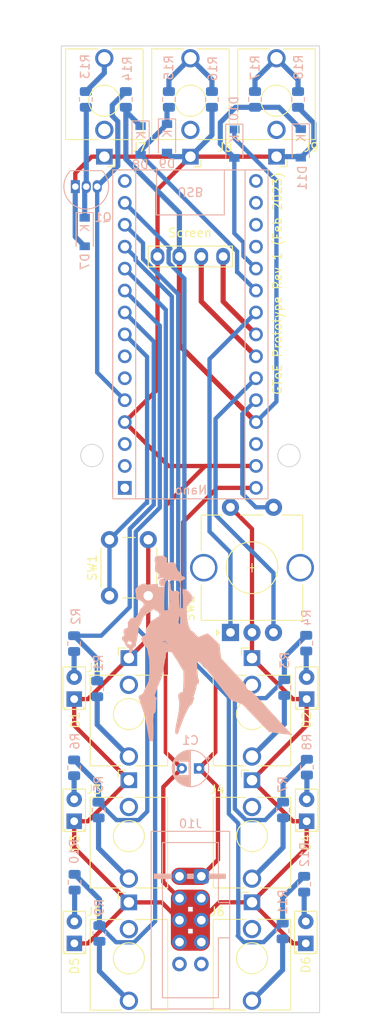
<source format=kicad_pcb>
(kicad_pcb (version 20211014) (generator pcbnew)

  (general
    (thickness 1.6)
  )

  (paper "A4")
  (layers
    (0 "F.Cu" signal)
    (31 "B.Cu" signal)
    (32 "B.Adhes" user "B.Adhesive")
    (33 "F.Adhes" user "F.Adhesive")
    (34 "B.Paste" user)
    (35 "F.Paste" user)
    (36 "B.SilkS" user "B.Silkscreen")
    (37 "F.SilkS" user "F.Silkscreen")
    (38 "B.Mask" user)
    (39 "F.Mask" user)
    (40 "Dwgs.User" user "User.Drawings")
    (41 "Cmts.User" user "User.Comments")
    (42 "Eco1.User" user "User.Eco1")
    (43 "Eco2.User" user "User.Eco2")
    (44 "Edge.Cuts" user)
    (45 "Margin" user)
    (46 "B.CrtYd" user "B.Courtyard")
    (47 "F.CrtYd" user "F.Courtyard")
    (48 "B.Fab" user)
    (49 "F.Fab" user)
    (50 "User.1" user)
    (51 "User.2" user)
    (52 "User.3" user)
    (53 "User.4" user)
    (54 "User.5" user)
    (55 "User.6" user)
    (56 "User.7" user)
    (57 "User.8" user)
    (58 "User.9" user)
  )

  (setup
    (stackup
      (layer "F.SilkS" (type "Top Silk Screen"))
      (layer "F.Paste" (type "Top Solder Paste"))
      (layer "F.Mask" (type "Top Solder Mask") (thickness 0.01))
      (layer "F.Cu" (type "copper") (thickness 0.035))
      (layer "dielectric 1" (type "core") (thickness 1.51) (material "FR4") (epsilon_r 4.5) (loss_tangent 0.02))
      (layer "B.Cu" (type "copper") (thickness 0.035))
      (layer "B.Mask" (type "Bottom Solder Mask") (thickness 0.01))
      (layer "B.Paste" (type "Bottom Solder Paste"))
      (layer "B.SilkS" (type "Bottom Silk Screen"))
      (copper_finish "None")
      (dielectric_constraints no)
    )
    (pad_to_mask_clearance 0)
    (aux_axis_origin 100 40)
    (pcbplotparams
      (layerselection 0x00010fc_ffffffff)
      (disableapertmacros false)
      (usegerberextensions false)
      (usegerberattributes true)
      (usegerberadvancedattributes true)
      (creategerberjobfile true)
      (svguseinch false)
      (svgprecision 6)
      (excludeedgelayer true)
      (plotframeref false)
      (viasonmask false)
      (mode 1)
      (useauxorigin false)
      (hpglpennumber 1)
      (hpglpenspeed 20)
      (hpglpendiameter 15.000000)
      (dxfpolygonmode true)
      (dxfimperialunits true)
      (dxfusepcbnewfont true)
      (psnegative false)
      (psa4output false)
      (plotreference true)
      (plotvalue true)
      (plotinvisibletext false)
      (sketchpadsonfab false)
      (subtractmaskfromsilk false)
      (outputformat 1)
      (mirror false)
      (drillshape 1)
      (scaleselection 1)
      (outputdirectory "")
    )
  )

  (net 0 "")
  (net 1 "unconnected-(A1-Pad1)")
  (net 2 "unconnected-(A1-Pad2)")
  (net 3 "unconnected-(A1-Pad3)")
  (net 4 "GND")
  (net 5 "DIGITAL INPUT")
  (net 6 "ENC_D2")
  (net 7 "ENC_D1")
  (net 8 "Channel 1")
  (net 9 "Channel 2")
  (net 10 "Channel 3")
  (net 11 "Channel 4")
  (net 12 "Channel 5")
  (net 13 "Channel 6")
  (net 14 "START STOP BTN")
  (net 15 "unconnected-(A1-Pad15)")
  (net 16 "unconnected-(A1-Pad16)")
  (net 17 "unconnected-(A1-Pad17)")
  (net 18 "unconnected-(A1-Pad18)")
  (net 19 "unconnected-(A1-Pad19)")
  (net 20 "A1 INPUT")
  (net 21 "A2 INPUT")
  (net 22 "ENC_BTN")
  (net 23 "I2C SDA")
  (net 24 "I2C SCL")
  (net 25 "+5V")
  (net 26 "unconnected-(A1-Pad28)")
  (net 27 "+12V")
  (net 28 "Net-(D1-Pad2)")
  (net 29 "Net-(D2-Pad2)")
  (net 30 "Net-(D3-Pad2)")
  (net 31 "Net-(D4-Pad2)")
  (net 32 "Net-(D5-Pad2)")
  (net 33 "Net-(D6-Pad2)")
  (net 34 "Net-(D7-Pad1)")
  (net 35 "Net-(J1-PadT)")
  (net 36 "unconnected-(J1-PadTN)")
  (net 37 "Net-(J2-PadT)")
  (net 38 "unconnected-(J2-PadTN)")
  (net 39 "Net-(J3-PadT)")
  (net 40 "unconnected-(J3-PadTN)")
  (net 41 "Net-(J4-PadT)")
  (net 42 "unconnected-(J4-PadTN)")
  (net 43 "Net-(J5-PadT)")
  (net 44 "unconnected-(J5-PadTN)")
  (net 45 "Net-(J6-PadT)")
  (net 46 "unconnected-(J6-PadTN)")
  (net 47 "Net-(J7-PadT)")
  (net 48 "unconnected-(J7-PadTN)")
  (net 49 "Net-(J8-PadT)")
  (net 50 "unconnected-(J8-PadTN)")
  (net 51 "Net-(J9-PadT)")
  (net 52 "unconnected-(J9-PadTN)")
  (net 53 "unconnected-(J10-Pad9)")
  (net 54 "unconnected-(J10-Pad10)")
  (net 55 "unconnected-(A1-Pad7)")
  (net 56 "unconnected-(A1-Pad6)")

  (footprint "gtoe:thonkiconn" (layer "F.Cu") (at 125 46.35 180))

  (footprint "gtoe:FlatTopLed" (layer "F.Cu") (at 101.52 142.7 90))

  (footprint "gtoe:thonkiconn" (layer "F.Cu") (at 122.15 117.4))

  (footprint "gtoe:thonkiconn" (layer "F.Cu") (at 107.85 145.7))

  (footprint "gtoe:thonkiconn" (layer "F.Cu") (at 115 46.35 180))

  (footprint "gtoe:FlatTopLed" (layer "F.Cu") (at 128.5 128.55 90))

  (footprint "gtoe:FlatTopLed" (layer "F.Cu") (at 101.5 128.55 90))

  (footprint "gtoe:thonkiconn" (layer "F.Cu") (at 107.85 131.55))

  (footprint "gtoe:FlatTopLed" (layer "F.Cu") (at 128.5 114.4 90))

  (footprint "gtoe:SwitchEncoder" (layer "F.Cu") (at 122.15 100.45 90))

  (footprint "gtoe:thonkiconn" (layer "F.Cu") (at 122.15 145.69))

  (footprint "gtoe:I2C SSD1306" (layer "F.Cu") (at 115 75))

  (footprint "gtoe:thonkiconn" (layer "F.Cu") (at 107.85 117.4))

  (footprint "gtoe:FlatTopLed" (layer "F.Cu") (at 128.4 142.7 90))

  (footprint "gtoe:FlatTopLed" (layer "F.Cu") (at 101.5 114.4 90))

  (footprint "gtoe:thonkiconn" (layer "F.Cu") (at 122.15 131.55))

  (footprint "gtoe:thonkiconn" (layer "F.Cu") (at 105 46.35 180))

  (footprint "gtoe:button" (layer "F.Cu") (at 107.85 100.45 90))

  (footprint "Resistor_SMD:R_0805_2012Metric" (layer "B.Cu") (at 107.5 46.2 -90))

  (footprint "Resistor_SMD:R_0805_2012Metric" (layer "B.Cu") (at 112.5 46.2 90))

  (footprint "Capacitor_THT:CP_Radial_D4.0mm_P2.00mm" (layer "B.Cu") (at 116.0004 123.7 180))

  (footprint "Resistor_SMD:R_0805_2012Metric" (layer "B.Cu") (at 117.5 46.2 -90))

  (footprint "Resistor_SMD:R_0805_2012Metric" (layer "B.Cu") (at 122.5 46.2 90))

  (footprint "Diode_SMD:D_SOD-123" (layer "B.Cu") (at 127.82 51.29 -90))

  (footprint "Resistor_SMD:R_0805_2012Metric" (layer "B.Cu") (at 101.49 123.63 90))

  (footprint "Diode_SMD:D_SOD-123" (layer "B.Cu") (at 112.28 50.71 -90))

  (footprint "Resistor_SMD:R_0805_2012Metric" (layer "B.Cu") (at 104.33 128.52 -90))

  (footprint "Resistor_SMD:R_0805_2012Metric" (layer "B.Cu") (at 127.5 46.2 -90))

  (footprint "gtoe:Arduino_Nano (adjusted courtyard)" (layer "B.Cu") (at 115 76))

  (footprint "Resistor_SMD:R_0805_2012Metric" (layer "B.Cu") (at 125.71 142.53 -90))

  (footprint "Resistor_SMD:R_0805_2012Metric" (layer "B.Cu") (at 104.43 142.82 -90))

  (footprint "Resistor_SMD:R_0805_2012Metric" (layer "B.Cu") (at 128.45 109.19 90))

  (footprint "Resistor_SMD:R_0805_2012Metric" (layer "B.Cu") (at 128.21 137.11 90))

  (footprint "Resistor_SMD:R_0805_2012Metric" (layer "B.Cu") (at 125.91 114.33 -90))

  (footprint "Diode_SMD:D_SOD-123" (layer "B.Cu") (at 120.1 51.32 -90))

  (footprint "Resistor_SMD:R_0805_2012Metric" (layer "B.Cu") (at 101.55 136.8825 90))

  (footprint "Resistor_SMD:R_0805_2012Metric" (layer "B.Cu") (at 102.85 46.2 -90))

  (footprint "Resistor_SMD:R_0805_2012Metric" (layer "B.Cu") (at 101.49 109.24 90))

  (footprint "Resistor_SMD:R_0805_2012Metric" (layer "B.Cu") (at 128.53 123.55 90))

  (footprint "Diode_SMD:D_SOD-123" (layer "B.Cu") (at 102.72 61.56 -90))

  (footprint "Resistor_SMD:R_0805_2012Metric" (layer "B.Cu") (at 104.17 114.48 -90))

  (footprint "Resistor_SMD:R_0805_2012Metric" (layer "B.Cu") (at 125.76 128.51 -90))

  (footprint "Diode_SMD:D_SOD-123" (layer "B.Cu") (at 109.21 50.94 -90))

  (footprint "Package_TO_SOT_THT:TO-92_Inline" (layer "B.Cu") (at 101.63 56.3))

  (footprint "gtoe:2x5-eurorack-power" (layer "B.Cu")
    (tedit 5EAC9A07) (tstamp f6f85ebe-5dc9-4679-825f-486dca84f170)
    (at 115 141.28 180)
    (descr "Through hole IDC box header, 2x05, 2.54mm pitch, DIN 41651 / IEC 60603-13, double rows, https://docs.google.com/spreadsheets/d/16SsEcesNF15N3Lb4niX7dcUr-NY5_MFPQhobNuNppn4/edit#gid=0")
    (tags "Through hole vertical IDC box header THT 2x05 2.54mm double row")
    (property "Sheetfile" "gtoe.kicad_sch")
    (property "Sheetname" "")
    (path "/cfacf08c-d7f6-49e7-ab77-ddac5a3ad490")
    (attr through_hole)
    (fp_text reference "J10" (at 0 11.18) (layer "B.SilkS")
      (effects (font (size 1 1) (thickness 0.15)) (justify mirror))
      (tstamp 6bf18d5c-ae19-4713-84b9-5d48c710e078)
    )
    (fp_text value "Power" (at 0 -11.18) (layer "B.Fab")
      (effects (font (size 1 1) (thickness 0.15)) (justify mirror))
      (tstamp 462d7f1b-7869-4bed-b055-aee5ea6d2196)
    )
    (fp_text user "${REFERENCE}" (at -6.604 0.508 90) (layer "B.Fab")
      (effects (font (size 1 1) (thickness 0.15)) (justify mirror))
      (tstamp 21994620-f871-489e-b4ae-aa13ad479bc0)
    )
    (fp_line (start -4.56 10.29) (end 4.56 10.29) (layer "B.SilkS") (width 0.12) (tstamp 0120b533-8932-42a8-98de-3800d999e246))
    (fp_line (start -3.25 2.05) (end -3.25 8.99) (layer "B.SilkS") (width 0.12) (tstamp 0c6f19ae-b4bb-4384-b0fd-4f019fc5b8a9))
    (fp_line (start -3.25 8.99) (end 3.25 8.99) (layer "B.SilkS") (width 0.12) (tstamp 2907bce9-8bae-4908-931f-34a6588caaeb))
    (fp_line (start -3.25 -2.05) (end -4.56 -2.05) (layer "B.SilkS") (width 0.12) (tstamp 3036df87-71f0-426c-9457-238cef095c45))
    (fp_line (start -4.56 2.05) (end -3.25 2.05) (layer "B.SilkS") (width 0.12) (tstam
... [236371 chars truncated]
</source>
